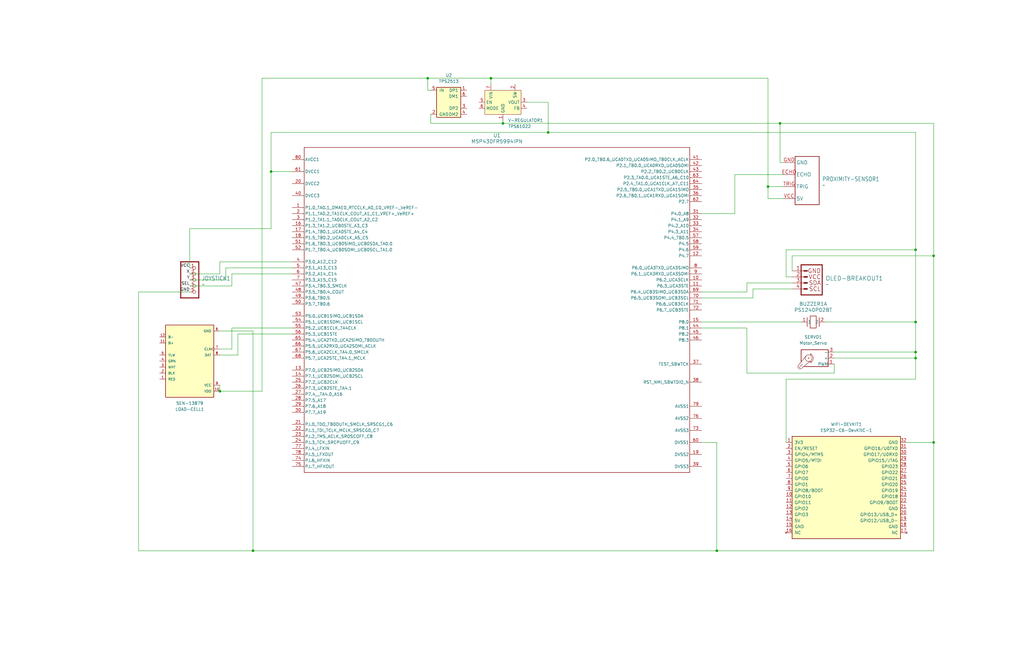
<source format=kicad_sch>
(kicad_sch (version 20250114) (generator "eeschema") (generator_version "9.0")
  (paper "B")
  (lib_symbols
    (symbol "Converter_DCDC:TPS61022"
      (property "Reference" "U" (at 0 7.62 0))
      (property "Value" "TPS61022" (at 7.62 -7.62 0))
      (symbol "TPS61022_1_1"
        (rectangle (start -7.62 5.08) (end 7.62 -5.08) (fill (type background)))
        (pin input line (at -10.16 0 0) (length 2.54) (name "EN") (number "5"))
        (pin input line (at -10.16 -2.54 0) (length 2.54) (name "MODE") (number "6"))
        (pin power_in line (at -5.08 7.62 270) (length 2.54) (name "VIN") (number "7"))
        (pin power_in line (at 0 -7.62 90) (length 2.54) (name "GND") (number "1"))
        (pin input line (at 5.08 7.62 270) (length 2.54) (name "SW") (number "2"))
        (pin power_out line (at 10.16 0 180) (length 2.54) (name "VOUT") (number "3"))
        (pin input line (at 10.16 -2.54 180) (length 2.54) (name "FB") (number "4"))
      )
    )
    (symbol "Espressif:ESP32-C6-DevKitC-1" (pin_names (offset 1.016))
      (property "Reference" "U" (at -22.86 25.4 0))
      (property "Value" "ESP32-C6-DevKitC-1" (at -22.86 22.86 0))
      (symbol "ESP32-C6-DevKitC-1_0_1"
        (rectangle (start -22.86 20.32) (end 22.86 -22.86) (stroke (width 0.254)) (fill (type background)))
      )
      (symbol "ESP32-C6-DevKitC-1_1_0"
        (pin input line (at -25.4 15.24 0) (length 2.54) (name "EN/RESET") (number "2"))
        (pin power_in line (at -25.4 -15.24 0) (length 2.54) (name "5V") (number "14"))
      )
      (symbol "ESP32-C6-DevKitC-1_1_1"
        (pin power_in line (at -25.4 17.78 0) (length 2.54) (name "3V3") (number "1"))
        (pin bidirectional line (at -25.4 12.7 0) (length 2.54) (name "GPIO4/MTMS") (number "3"))
        (pin bidirectional line (at -25.4 10.16 0) (length 2.54) (name "GPIO5/MTDI") (number "4"))
        (pin bidirectional line (at -25.4 7.62 0) (length 2.54) (name "GPIO6") (number "5"))
        (pin bidirectional line (at -25.4 5.08 0) (length 2.54) (name "GPIO7") (number "6"))
        (pin bidirectional line (at -25.4 2.54 0) (length 2.54) (name "GPIO0") (number "7"))
        (pin bidirectional line (at -25.4 0 0) (length 2.54) (name "GPIO1") (number "8"))
        (pin bidirectional line (at -25.4 -2.54 0) (length 2.54) (name "GPIO8/BOOT") (number "9"))
        (pin bidirectional line (at -25.4 -5.08 0) (length 2.54) (name "GPIO10") (number "10"))
        (pin bidirectional line (at -25.4 -7.62 0) (length 2.54) (name "GPIO11") (number "11"))
        (pin bidirectional line (at -25.4 -10.16 0) (length 2.54) (name "GPIO2") (number "12"))
        (pin bidirectional line (at -25.4 -12.7 0) (length 2.54) (name "GPIO3") (number "13"))
        (pin power_in line (at -25.4 -17.78 0) (length 2.54) (name "GND") (number "15"))
        (pin no_connect line (at -25.4 -20.32 0) (length 2.54) (name "NC") (number "16"))
        (pin power_in line (at 25.4 17.78 180) (length 2.54) (name "GND") (number "32"))
        (pin bidirectional line (at 25.4 15.24 180) (length 2.54) (name "GPIO16/U0TXD") (number "31"))
        (pin bidirectional line (at 25.4 12.7 180) (length 2.54) (name "GPIO17/U0RXD") (number "30"))
        (pin bidirectional line (at 25.4 10.16 180) (length 2.54) (name "GPIO15/JTAG") (number "29"))
        (pin bidirectional line (at 25.4 7.62 180) (length 2.54) (name "GPIO23") (number "28"))
        (pin bidirectional line (at 25.4 5.08 180) (length 2.54) (name "GPIO22") (number "27"))
        (pin bidirectional line (at 25.4 2.54 180) (length 2.54) (name "GPIO21") (number "26"))
        (pin bidirectional line (at 25.4 0 180) (length 2.54) (name "GPIO20") (number "25"))
        (pin bidirectional line (at 25.4 -2.54 180) (length 2.54) (name "GPIO19") (number "24"))
        (pin bidirectional line (at 25.4 -5.08 180) (length 2.54) (name "GPIO18") (number "23"))
        (pin bidirectional line (at 25.4 -7.62 180) (length 2.54) (name "GPIO9/BOOT") (number "22"))
        (pin power_in line (at 25.4 -10.16 180) (length 2.54) (name "GND") (number "21"))
        (pin bidirectional line (at 25.4 -12.7 180) (length 2.54) (name "GPIO13/USB_D+") (number "20"))
        (pin bidirectional line (at 25.4 -15.24 180) (length 2.54) (name "GPIO12/USB_D-") (number "19"))
        (pin power_in line (at 25.4 -17.78 180) (length 2.54) (name "GND") (number "18"))
        (pin no_connect line (at 25.4 -20.32 180) (length 2.54) (name "NC") (number "17"))
      )
    )
    (symbol "Interface_USB:TPS2513" (pin_names (offset 1.016))
      (property "Reference" "U" (at -3.81 -7.62 0))
      (property "Value" "TPS2513" (at 0 7.62 0))
      (symbol "TPS2513_0_1"
        (rectangle (start -5.08 6.35) (end 5.08 -6.35) (stroke (width 0.254)) (fill (type background)))
      )
      (symbol "TPS2513_1_1"
        (pin power_in line (at -7.62 5.08 0) (length 2.54) (name "IN") (number "5"))
        (pin power_in line (at -7.62 -5.08 0) (length 2.54) (name "GND") (number "2"))
        (pin input line (at 7.62 5.08 180) (length 2.54) (name "DP1") (number "1"))
        (pin input line (at 7.62 2.54 180) (length 2.54) (name "DM1") (number "6"))
        (pin input line (at 7.62 -2.54 180) (length 2.54) (name "DP2") (number "3"))
        (pin input line (at 7.62 -5.08 180) (length 2.54) (name "DM2") (number "4"))
      )
    )
    (symbol "Joystick-512:pinhead_PINHD-1X5"
      (property "Reference" "JP" (at -6.35 8.255 0))
      (symbol "pinhead_PINHD-1X5_1_0"
        (polyline (pts (xy -6.35 7.62) (xy -6.35 -7.62)) (stroke (width 0.4064)))
        (polyline (pts (xy -6.35 -7.62) (xy 1.27 -7.62)) (stroke (width 0.4064)))
        (polyline (pts (xy 1.27 7.62) (xy -6.35 7.62)) (stroke (width 0.4064)))
        (polyline (pts (xy 1.27 -7.62) (xy 1.27 7.62)) (stroke (width 0.4064)))
        (pin passive inverted (at -2.54 5.08 0) (length 2.54) (name "1") (number "1"))
        (pin passive inverted (at -2.54 2.54 0) (length 2.54) (name "2") (number "2"))
        (pin passive inverted (at -2.54 0 0) (length 2.54) (name "3") (number "3"))
        (pin passive inverted (at -2.54 -2.54 0) (length 2.54) (name "4") (number "4"))
        (pin passive inverted (at -2.54 -5.08 0) (length 2.54) (name "5") (number "5"))
      )
    )
    (symbol "MSP430FR5994IPN:MSP430FR5994IPN" (pin_names (offset 0.254))
      (property "Reference" "U" (at 0 2.54 0))
      (property "Value" "MSP430FR5994IPN" (at 0 0 0))
      (symbol "MSP430FR5994IPN_0_1"
        (polyline (pts (xy -81.28 68.58) (xy -81.28 -68.58)) (stroke (width 0.2032)))
        (polyline (pts (xy -81.28 -68.58) (xy 81.28 -68.58)) (stroke (width 0.2032)))
        (polyline (pts (xy 81.28 68.58) (xy -81.28 68.58)) (stroke (width 0.2032)))
        (polyline (pts (xy 81.28 -68.58) (xy 81.28 68.58)) (stroke (width 0.2032)))
        (pin power_in line (at -86.36 63.5 0) (length 5.08) (name "AVCC1") (number "80"))
        (pin power_in line (at -86.36 58.42 0) (length 5.08) (name "DVCC1") (number "61"))
        (pin power_in line (at -86.36 53.34 0) (length 5.08) (name "DVCC2") (number "20"))
        (pin power_in line (at -86.36 48.26 0) (length 5.08) (name "DVCC3") (number "40"))
        (pin bidirectional line (at -86.36 43.18 0) (length 5.08) (name "P1.0_TA0.1_DMAE0_RTCCLK_A0_C0_VREF-_VeREF-") (number "1"))
        (pin bidirectional line (at -86.36 40.64 0) (length 5.08) (name "P1.1_TA0.2_TA1CLK_COUT_A1_C1_VREF+_VeREF+") (number "2"))
        (pin bidirectional line (at -86.36 38.1 0) (length 5.08) (name "P1.2_TA1.1_TA0CLK_COUT_A2_C2") (number "3"))
        (pin bidirectional line (at -86.36 35.56 0) (length 5.08) (name "P1.3_TA1.2_UCB0STE_A3_C3") (number "16"))
        (pin bidirectional line (at -86.36 33.02 0) (length 5.08) (name "P1.4_TB0.1_UCA0STE_A4_C4") (number "17"))
        (pin bidirectional line (at -86.36 30.48 0) (length 5.08) (name "P1.5_TB0.2_UCA0CLK_A5_C5") (number "18"))
        (pin bidirectional line (at -86.36 27.94 0) (length 5.08) (name "P1.6_TB0.3_UCB0SIMO_UCB0SDA_TA0.0") (number "51"))
        (pin bidirectional line (at -86.36 25.4 0) (length 5.08) (name "P1.7_TB0.4_UCB0SOMI_UCB0SCL_TA1.0") (number "52"))
        (pin bidirectional line (at -86.36 20.32 0) (length 5.08) (name "P3.0_A12_C12") (number "4"))
        (pin bidirectional line (at -86.36 17.78 0) (length 5.08) (name "P3.1_A13_C13") (number "5"))
        (pin bidirectional line (at -86.36 15.24 0) (length 5.08) (name "P3.2_A14_C14") (number "6"))
        (pin bidirectional line (at -86.36 12.7 0) (length 5.08) (name "P3.3_A15_C15") (number "7"))
        (pin bidirectional line (at -86.36 10.16 0) (length 5.08) (name "P3.4_TB0.3_SMCLK") (number "47"))
        (pin bidirectional line (at -86.36 7.62 0) (length 5.08) (name "P3.5_TB0.4_COUT") (number "48"))
        (pin bidirectional line (at -86.36 5.08 0) (length 5.08) (name "P3.6_TB0.5") (number "49"))
        (pin bidirectional line (at -86.36 2.54 0) (length 5.08) (name "P3.7_TB0.6") (number "50"))
        (pin bidirectional line (at -86.36 -2.54 0) (length 5.08) (name "P5.0_UCB1SIMO_UCB1SDA") (number "53"))
        (pin bidirectional line (at -86.36 -5.08 0) (length 5.08) (name "P5.1_UCB1SOMI_UCB1SCL") (number "54"))
        (pin bidirectional line (at -86.36 -7.62 0) (length 5.08) (name "P5.2_UCB1CLK_TA4CLK") (number "55"))
        (pin bidirectional line (at -86.36 -10.16 0) (length 5.08) (name "P5.3_UCB1STE") (number "56"))
        (pin bidirectional line (at -86.36 -12.7 0) (length 5.08) (name "P5.4_UCA2TXD_UCA2SIMO_TB0OUTH") (number "65"))
        (pin bidirectional line (at -86.36 -15.24 0) (length 5.08) (name "P5.5_UCA2RXD_UCA2SOMI_ACLK") (number "66"))
        (pin bidirectional line (at -86.36 -17.78 0) (length 5.08) (name "P5.6_UCA2CLK_TA4.0_SMCLK") (number "67"))
        (pin bidirectional line (at -86.36 -20.32 0) (length 5.08) (name "P5.7_UCA2STE_TA4.1_MCLK") (number "68"))
        (pin bidirectional line (at -86.36 -25.4 0) (length 5.08) (name "P7.0_UCB2SIMO_UCB2SDA") (number "13"))
        (pin bidirectional line (at -86.36 -27.94 0) (length 5.08) (name "P7.1_UCB2SOMI_UCB2SCL") (number "14"))
        (pin bidirectional line (at -86.36 -30.48 0) (length 5.08) (name "P7.2_UCB2CLK") (number "25"))
        (pin bidirectional line (at -86.36 -33.02 0) (length 5.08) (name "P7.3_UCB2STE_TA4.1") (number "26"))
        (pin bidirectional line (at -86.36 -35.56 0) (length 5.08) (name "P7.4__TA4.0_A16") (number "27"))
        (pin bidirectional line (at -86.36 -38.1 0) (length 5.08) (name "P7.5_A17") (number "28"))
        (pin bidirectional line (at -86.36 -40.64 0) (length 5.08) (name "P7.6_A18") (number "29"))
        (pin bidirectional line (at -86.36 -43.18 0) (length 5.08) (name "P7.7_A19") (number "30"))
        (pin bidirectional line (at -86.36 -48.26 0) (length 5.08) (name "PJ.0_TDO_TB0OUTH_SMCLK_SRSCG1_C6") (number "21"))
        (pin bidirectional line (at -86.36 -50.8 0) (length 5.08) (name "PJ.1_TDI_TCLK_MCLK_SRSCG0_C7") (number "22"))
        (pin bidirectional line (at -86.36 -53.34 0) (length 5.08) (name "PJ.2_TMS_ACLK_SROSCOFF_C8") (number "23"))
        (pin bidirectional line (at -86.36 -55.88 0) (length 5.08) (name "PJ.3_TCK_SRCPUOFF_C9") (number "24"))
        (pin bidirectional line (at -86.36 -58.42 0) (length 5.08) (name "PJ.4_LFXIN") (number "77"))
        (pin bidirectional line (at -86.36 -60.96 0) (length 5.08) (name "PJ.5_LFXOUT") (number "78"))
        (pin bidirectional line (at -86.36 -63.5 0) (length 5.08) (name "PJ.6_HFXIN") (number "74"))
        (pin bidirectional line (at -86.36 -66.04 0) (length 5.08) (name "PJ.7_HFXOUT") (number "75"))
        (pin bidirectional line (at 86.36 63.5 180) (length 5.08) (name "P2.0_TB0.6_UCA0TXD_UCA0SIMO_TB0CLK_ACLK") (number "41"))
        (pin bidirectional line (at 86.36 60.96 180) (length 5.08) (name "P2.1_TB0.0_UCA0RXD_UCA0SOMI") (number "42"))
        (pin bidirectional line (at 86.36 58.42 180) (length 5.08) (name "P2.2_TB0.2_UCB0CLK") (number "43"))
        (pin bidirectional line (at 86.36 55.88 180) (length 5.08) (name "P2.3_TA0.0_UCA1STE_A6_C10") (number "63"))
        (pin bidirectional line (at 86.36 53.34 180) (length 5.08) (name "P2.4_TA1.0_UCA1CLK_A7_C11") (number "64"))
        (pin bidirectional line (at 86.36 50.8 180) (length 5.08) (name "P2.5_TB0.0_UCA1TXD_UCA1SIMO") (number "35"))
        (pin bidirectional line (at 86.36 48.26 180) (length 5.08) (name "P2.6_TB0.1_UCA1RXD_UCA1SOMI") (number "36"))
        (pin bidirectional line (at 86.36 45.72 180) (length 5.08) (name "P2.7") (number "62"))
        (pin bidirectional line (at 86.36 40.64 180) (length 5.08) (name "P4.0_A8") (number "31"))
        (pin bidirectional line (at 86.36 38.1 180) (length 5.08) (name "P4.1_A9") (number "32"))
        (pin bidirectional line (at 86.36 35.56 180) (length 5.08) (name "P4.2_A10") (number "33"))
        (pin bidirectional line (at 86.36 33.02 180) (length 5.08) (name "P4.3_A11") (number "34"))
        (pin bidirectional line (at 86.36 30.48 180) (length 5.08) (name "P4.4_TB0.5") (number "57"))
        (pin bidirectional line (at 86.36 27.94 180) (length 5.08) (name "P4.5") (number "58"))
        (pin bidirectional line (at 86.36 25.4 180) (length 5.08) (name "P4.6") (number "59"))
        (pin bidirectional line (at 86.36 22.86 180) (length 5.08) (name "P4.7") (number "12"))
        (pin bidirectional line (at 86.36 17.78 180) (length 5.08) (name "P6.0_UCA3TXD_UCA3SIMO") (number "8"))
        (pin bidirectional line (at 86.36 15.24 180) (length 5.08) (name "P6.1_UCA3RXD_UCA3SOMI") (number "9"))
        (pin bidirectional line (at 86.36 12.7 180) (length 5.08) (name "P6.2_UCA3CLK") (number "10"))
        (pin bidirectional line (at 86.36 10.16 180) (length 5.08) (name "P6.3_UCA3STE") (number "11"))
        (pin bidirectional line (at 86.36 7.62 180) (length 5.08) (name "P6.4_UCB3SIMO_UCB3SDA") (number "69"))
        (pin bidirectional line (at 86.36 5.08 180) (length 5.08) (name "P6.5_UCB3SOMI_UCB3SCL") (number "70"))
        (pin bidirectional line (at 86.36 2.54 180) (length 5.08) (name "P6.6_UCB3CLK") (number "71"))
        (pin bidirectional line (at 86.36 0 180) (length 5.08) (name "P6.7_UCB3STE") (number "72"))
        (pin bidirectional line (at 86.36 -5.08 180) (length 5.08) (name "P8.0") (number "15"))
        (pin bidirectional line (at 86.36 -7.62 180) (length 5.08) (name "P8.1") (number "44"))
        (pin bidirectional line (at 86.36 -10.16 180) (length 5.08) (name "P8.2") (number "45"))
        (pin bidirectional line (at 86.36 -12.7 180) (length 5.08) (name "P8.3") (number "46"))
        (pin input line (at 86.36 -22.86 180) (length 5.08) (name "TEST_SBWTCK") (number "37"))
        (pin bidirectional line (at 86.36 -30.48 180) (length 5.08) (name "RST_NMI_SBWTDIO_N") (number "38"))
        (pin power_in line (at 86.36 -40.64 180) (length 5.08) (name "AVSS1") (number "79"))
        (pin power_in line (at 86.36 -45.72 180) (length 5.08) (name "AVSS2") (number "76"))
        (pin power_in line (at 86.36 -50.8 180) (length 5.08) (name "AVSS3") (number "73"))
        (pin power_in line (at 86.36 -55.88 180) (length 5.08) (name "DVSS1") (number "60"))
        (pin power_in line (at 86.36 -60.96 180) (length 5.08) (name "DVSS2") (number "19"))
        (pin power_in line (at 86.36 -66.04 180) (length 5.08) (name "DVSS3") (number "39"))
      )
    )
    (symbol "Motor:Motor_Servo" (pin_names (offset 0.0254))
      (property "Reference" "M" (at -5.08 4.445 0))
      (property "Value" "Motor_Servo" (at -5.08 -4.064 0))
      (symbol "Motor_Servo_0_1"
        (polyline (pts (xy 2.413 1.778) (xy 1.905 1.778)))
        (polyline (pts (xy 2.413 1.778) (xy 2.286 1.397)))
        (polyline (pts (xy 2.413 -1.778) (xy 2.032 -1.778)))
        (polyline (pts (xy 2.413 -1.778) (xy 2.286 -1.397)))
        (arc (start 2.413 -1.778) (mid 1.2406 0) (end 2.413 1.778))
        (circle (center 3.175 0) (radius 0.1778))
        (circle (center 3.175 0) (radius 1.4224))
        (polyline (pts (xy 5.08 3.556) (xy -5.08 3.556) (xy -5.08 -3.556) (xy 6.35 -3.556) (xy 6.35 1.524)) (stroke (width 0.254)))
        (circle (center 5.969 2.794) (radius 0.127))
        (polyline (pts (xy 6.35 4.445) (xy 2.54 1.27)))
        (circle (center 6.477 3.302) (radius 0.127))
        (arc (start 6.35 4.445) (mid 7.4487 4.2737) (end 7.62 3.175))
        (circle (center 6.985 3.81) (radius 0.127))
        (polyline (pts (xy 7.62 3.175) (xy 4.191 -1.016)))
      )
      (symbol "Motor_Servo_1_1"
        (pin passive line (at -7.62 2.54 0) (length 2.54) (name "PWM") (number "1"))
        (pin passive line (at -7.62 0 0) (length 2.54) (name "+") (number "2"))
        (pin passive line (at -7.62 -2.54 0) (length 2.54) (name "-") (number "3"))
      )
    )
    (symbol "PS1240P02BT:PS1240P02BT" (pin_names (offset 0.254))
      (property "Reference" "XTAL" (at 5.08 4.445 0))
      (property "Value" "PS1240P02BT" (at 5.08 -4.445 0))
      (symbol "PS1240P02BT_1_1"
        (polyline (pts (xy 2.54 -1.905) (xy 2.54 1.905)) (stroke (width 0.2032)))
        (polyline (pts (xy 3.81 2.54) (xy 6.35 2.54)) (stroke (width 0.2032)))
        (polyline (pts (xy 3.81 -2.54) (xy 3.81 2.54)) (stroke (width 0.2032)))
        (polyline (pts (xy 6.35 2.54) (xy 6.35 -2.54)) (stroke (width 0.2032)))
        (polyline (pts (xy 6.35 -2.54) (xy 3.81 -2.54)) (stroke (width 0.2032)))
        (polyline (pts (xy 7.62 -1.905) (xy 7.62 1.905)) (stroke (width 0.2032)))
        (pin unspecified line (at 0 0 0) (length 2.54) (name "1") (number "1"))
        (pin unspecified line (at 10.16 0 180) (length 2.54) (name "2") (number "2"))
      )
      (symbol "PS1240P02BT_1_2"
        (polyline (pts (xy -2.54 6.35) (xy 2.54 6.35)) (stroke (width 0.2032)))
        (polyline (pts (xy -2.54 3.81) (xy -2.54 6.35)) (stroke (width 0.2032)))
        (polyline (pts (xy 1.905 7.62) (xy -1.905 7.62)) (stroke (width 0.2032)))
        (polyline (pts (xy 1.905 2.54) (xy -1.905 2.54)) (stroke (width 0.2032)))
        (polyline (pts (xy 2.54 6.35) (xy 2.54 3.81)) (stroke (width 0.2032)))
        (polyline (pts (xy 2.54 3.81) (xy -2.54 3.81)) (stroke (width 0.2032)))
        (pin unspecified line (at 0 10.16 270) (length 2.54) (name "2") (number "2"))
        (pin unspecified line (at 0 0 90) (length 2.54) (name "1") (number "1"))
      )
      (symbol "PS1240P02BT_2_1"
        (polyline (pts (xy -2.54 6.35) (xy 2.54 6.35)) (stroke (width 0.2032)))
        (polyline (pts (xy -2.54 3.81) (xy -2.54 6.35)) (stroke (width 0.2032)))
        (polyline (pts (xy 1.905 7.62) (xy -1.905 7.62)) (stroke (width 0.2032)))
        (polyline (pts (xy 1.905 2.54) (xy -1.905 2.54)) (stroke (width 0.2032)))
        (polyline (pts (xy 2.54 6.35) (xy 2.54 3.81)) (stroke (width 0.2032)))
        (polyline (pts (xy 2.54 3.81) (xy -2.54 3.81)) (stroke (width 0.2032)))
      )
      (symbol "PS1240P02BT_2_2"
        (polyline (pts (xy -2.54 6.35) (xy 2.54 6.35)) (stroke (width 0.2032)))
        (polyline (pts (xy -2.54 3.81) (xy -2.54 6.35)) (stroke (width 0.2032)))
        (polyline (pts (xy 1.905 7.62) (xy -1.905 7.62)) (stroke (width 0.2032)))
        (polyline (pts (xy 1.905 2.54) (xy -1.905 2.54)) (stroke (width 0.2032)))
        (polyline (pts (xy 2.54 6.35) (xy 2.54 3.81)) (stroke (width 0.2032)))
        (polyline (pts (xy 2.54 3.81) (xy -2.54 3.81)) (stroke (width 0.2032)))
      )
    )
    (symbol "Qwiic_OLED_1.3in:I2C_STANDARD_NO_SILK"
      (property "Reference" "J" (at -5.08 7.874 0))
      (symbol "I2C_STANDARD_NO_SILK_1_0"
        (polyline (pts (xy -5.08 7.62) (xy -5.08 -5.08)) (stroke (width 0.4064)))
        (polyline (pts (xy -5.08 7.62) (xy 3.81 7.62)) (stroke (width 0.4064)))
        (polyline (pts (xy 1.27 5.08) (xy 2.54 5.08)) (stroke (width 0.6096)))
        (polyline (pts (xy 1.27 2.54) (xy 2.54 2.54)) (stroke (width 0.6096)))
        (polyline (pts (xy 1.27 0) (xy 2.54 0)) (stroke (width 0.6096)))
        (polyline (pts (xy 1.27 -2.54) (xy 2.54 -2.54)) (stroke (width 0.6096)))
        (polyline (pts (xy 3.81 -5.08) (xy -5.08 -5.08)) (stroke (width 0.4064)))
        (polyline (pts (xy 3.81 -5.08) (xy 3.81 7.62)) (stroke (width 0.4064)))
        (text "SCL" (at -4.572 5.08 0) (effects (font (size 1.778 1.778)) (justify left)))
        (text "SDA" (at -4.572 2.54 0) (effects (font (size 1.778 1.778)) (justify left)))
        (text "VCC" (at -4.572 0 0) (effects (font (size 1.778 1.778)) (justify left)))
        (text "GND" (at -4.572 -2.54 0) (effects (font (size 1.778 1.778)) (justify left)))
        (pin passive line (at 7.62 5.08 180) (length 5.08) (name "SCL") (number "4"))
        (pin passive line (at 7.62 2.54 180) (length 5.08) (name "SDA") (number "3"))
        (pin power_in line (at 7.62 0 180) (length 5.08) (name "VCC") (number "2"))
        (pin power_in line (at 7.62 -2.54 180) (length 5.08) (name "GND") (number "1"))
      )
    )
    (symbol "SEN-13879:SEN-13879" (pin_names (offset 1.016))
      (property "Reference" "U" (at -10.172 15.8938 0))
      (property "Value" "SEN-13879" (at -10.1639 -17.7868 0))
      (symbol "SEN-13879_0_0"
        (rectangle (start -10.16 -15.24) (end 10.16 15.24) (stroke (width 0.254)) (fill (type background)))
        (pin bidirectional line (at -12.7 7.62 0) (length 2.54) (name "RED") (number "1"))
        (pin bidirectional line (at -12.7 5.08 0) (length 2.54) (name "BLK") (number "2"))
        (pin input line (at -12.7 2.54 0) (length 2.54) (name "WHT") (number "3"))
        (pin input line (at -12.7 0 0) (length 2.54) (name "GRN") (number "4"))
        (pin bidirectional line (at -12.7 -2.54 0) (length 2.54) (name "YLW") (number "5"))
        (pin input line (at -12.7 -7.62 0) (length 2.54) (name "B+") (number "11"))
        (pin input line (at -12.7 -10.16 0) (length 2.54) (name "B-") (number "12"))
        (pin power_in line (at 12.7 12.7 180) (length 2.54) (name "VDD") (number "10"))
        (pin power_in line (at 12.7 10.16 180) (length 2.54) (name "VCC") (number "9"))
        (pin output line (at 12.7 -2.54 180) (length 2.54) (name "DAT") (number "8"))
        (pin input clock (at 12.7 -5.08 180) (length 2.54) (name "CLK") (number "7"))
        (pin power_in line (at 12.7 -12.7 180) (length 2.54) (name "GND") (number "6"))
      )
    )
    (symbol "Ultrasonic Sensor HC-SR04:HC-SR04"
      (property "Reference" "J_ULTRASONIC_" (at -7.62 10.922 0))
      (symbol "HC-SR04_1_0"
        (polyline (pts (xy -7.62 10.16) (xy -7.62 -10.16)) (stroke (width 0.254)))
        (polyline (pts (xy -7.62 -10.16) (xy 2.54 -10.16)) (stroke (width 0.254)))
        (polyline (pts (xy 2.54 10.16) (xy -7.62 10.16)) (stroke (width 0.254)))
        (polyline (pts (xy 2.54 -10.16) (xy 2.54 10.16)) (stroke (width 0.254)))
        (pin bidirectional line (at -12.7 7.62 0) (length 5.08) (name "GND") (number "GND"))
        (pin bidirectional line (at -12.7 2.54 0) (length 5.08) (name "ECHO") (number "ECHO"))
        (pin bidirectional line (at -12.7 -2.54 0) (length 5.08) (name "TRIG") (number "TRIG"))
        (pin bidirectional line (at -12.7 -7.62 0) (length 5.08) (name "5V") (number "VCC"))
      )
    )
  )
  (junction (at 386.08 135.89))
  (junction (at 386.08 151.13))
  (junction (at 393.7 186.69))
  (junction (at 212.09 52.07))
  (junction (at 92.71 165.1))
  (junction (at 180.34 33.02))
  (junction (at 207.01 33.02))
  (junction (at 302.26 232.41))
  (junction (at 106.68 232.41))
  (junction (at 323.85 78.74))
  (junction (at 231.14 55.88))
  (junction (at 386.08 148.59))
  (junction (at 386.08 105.41))
  (junction (at 328.93 52.07))
  (junction (at 114.3 72.39))
  (junction (at 393.7 107.95))
  (wire (pts (xy 95.25 118.11) (xy 80.01 118.11)))
  (wire (pts (xy 106.68 139.7) (xy 106.68 232.41)))
  (wire (pts (xy 347.98 135.89) (xy 386.08 135.89)))
  (wire (pts (xy 323.85 78.74) (xy 323.85 83.82)))
  (wire (pts (xy 331.47 160.02) (xy 386.08 160.02)))
  (wire (pts (xy 334.01 114.3) (xy 334.01 107.95)))
  (wire (pts (xy 314.96 119.38) (xy 314.96 123.19)))
  (wire (pts (xy 302.26 186.69) (xy 302.26 232.41)))
  (wire (pts (xy 231.14 43.18) (xy 231.14 55.88)))
  (wire (pts (xy 222.25 43.18) (xy 231.14 43.18)))
  (wire (pts (xy 180.34 38.1) (xy 181.61 38.1)))
  (wire (pts (xy 386.08 148.59) (xy 386.08 151.13)))
  (wire (pts (xy 180.34 38.1) (xy 180.34 33.02)))
  (wire (pts (xy 314.96 157.48) (xy 351.79 157.48)))
  (wire (pts (xy 92.71 149.86) (xy 100.33 149.86)))
  (wire (pts (xy 331.47 105.41) (xy 386.08 105.41)))
  (wire (pts (xy 295.91 186.69) (xy 302.26 186.69)))
  (wire (pts (xy 100.33 149.86) (xy 100.33 140.97)))
  (wire (pts (xy 97.79 115.57) (xy 123.19 115.57)))
  (wire (pts (xy 386.08 151.13) (xy 386.08 160.02)))
  (wire (pts (xy 393.7 52.07) (xy 393.7 107.95)))
  (wire (pts (xy 114.3 55.88) (xy 231.14 55.88)))
  (wire (pts (xy 382.27 186.69) (xy 393.7 186.69)))
  (wire (pts (xy 386.08 105.41) (xy 386.08 55.88)))
  (wire (pts (xy 393.7 186.69) (xy 393.7 232.41)))
  (wire (pts (xy 92.71 165.1) (xy 110.49 165.1)))
  (wire (pts (xy 295.91 135.89) (xy 337.82 135.89)))
  (wire (pts (xy 317.5 121.92) (xy 317.5 125.73)))
  (wire (pts (xy 334.01 107.95) (xy 393.7 107.95)))
  (wire (pts (xy 106.68 139.7) (xy 92.71 139.7)))
  (wire (pts (xy 393.7 107.95) (xy 393.7 186.69)))
  (wire (pts (xy 351.79 151.13) (xy 386.08 151.13)))
  (wire (pts (xy 95.25 113.03) (xy 95.25 118.11)))
  (wire (pts (xy 331.47 186.69) (xy 331.47 160.02)))
  (wire (pts (xy 114.3 96.52) (xy 114.3 72.39)))
  (wire (pts (xy 302.26 232.41) (xy 393.7 232.41)))
  (wire (pts (xy 180.34 33.02) (xy 207.01 33.02)))
  (wire (pts (xy 328.93 68.58) (xy 328.93 52.07)))
  (wire (pts (xy 386.08 105.41) (xy 386.08 135.89)))
  (wire (pts (xy 314.96 157.48) (xy 314.96 138.43)))
  (wire (pts (xy 181.61 48.26) (xy 181.61 52.07)))
  (wire (pts (xy 97.79 120.65) (xy 80.01 120.65)))
  (wire (pts (xy 212.09 52.07) (xy 328.93 52.07)))
  (wire (pts (xy 334.01 116.84) (xy 331.47 116.84)))
  (wire (pts (xy 334.01 119.38) (xy 314.96 119.38)))
  (wire (pts (xy 351.79 157.48) (xy 351.79 153.67)))
  (wire (pts (xy 95.25 113.03) (xy 123.19 113.03)))
  (wire (pts (xy 334.01 121.92) (xy 317.5 121.92)))
  (wire (pts (xy 181.61 52.07) (xy 212.09 52.07)))
  (wire (pts (xy 207.01 33.02) (xy 323.85 33.02)))
  (wire (pts (xy 317.5 125.73) (xy 295.91 125.73)))
  (wire (pts (xy 58.42 123.19) (xy 80.01 123.19)))
  (wire (pts (xy 328.93 68.58) (xy 330.2 68.58)))
  (wire (pts (xy 212.09 52.07) (xy 212.09 50.8)))
  (wire (pts (xy 114.3 55.88) (xy 114.3 72.39)))
  (wire (pts (xy 100.33 140.97) (xy 123.19 140.97)))
  (wire (pts (xy 351.79 148.59) (xy 386.08 148.59)))
  (wire (pts (xy 80.01 96.52) (xy 80.01 113.03)))
  (wire (pts (xy 106.68 232.41) (xy 302.26 232.41)))
  (wire (pts (xy 328.93 52.07) (xy 393.7 52.07)))
  (wire (pts (xy 314.96 138.43) (xy 295.91 138.43)))
  (wire (pts (xy 323.85 33.02) (xy 323.85 78.74)))
  (wire (pts (xy 330.2 73.66) (xy 309.88 73.66)))
  (wire (pts (xy 330.2 78.74) (xy 323.85 78.74)))
  (wire (pts (xy 97.79 115.57) (xy 97.79 120.65)))
  (wire (pts (xy 386.08 135.89) (xy 386.08 148.59)))
  (wire (pts (xy 80.01 96.52) (xy 114.3 96.52)))
  (wire (pts (xy 231.14 55.88) (xy 386.08 55.88)))
  (wire (pts (xy 309.88 90.17) (xy 295.91 90.17)))
  (wire (pts (xy 97.79 147.32) (xy 97.79 138.43)))
  (wire (pts (xy 92.71 162.56) (xy 92.71 165.1)))
  (wire (pts (xy 92.71 115.57) (xy 80.01 115.57)))
  (wire (pts (xy 114.3 72.39) (xy 123.19 72.39)))
  (wire (pts (xy 207.01 33.02) (xy 207.01 35.56)))
  (wire (pts (xy 314.96 123.19) (xy 295.91 123.19)))
  (wire (pts (xy 92.71 110.49) (xy 92.71 115.57)))
  (wire (pts (xy 330.2 83.82) (xy 323.85 83.82)))
  (wire (pts (xy 92.71 110.49) (xy 123.19 110.49)))
  (wire (pts (xy 97.79 138.43) (xy 123.19 138.43)))
  (wire (pts (xy 331.47 116.84) (xy 331.47 105.41)))
  (wire (pts (xy 92.71 147.32) (xy 97.79 147.32)))
  (wire (pts (xy 309.88 73.66) (xy 309.88 90.17)))
  (wire (pts (xy 110.49 33.02) (xy 110.49 165.1)))
  (wire (pts (xy 58.42 123.19) (xy 58.42 232.41)))
  (wire (pts (xy 58.42 232.41) (xy 106.68 232.41)))
  (wire (pts (xy 110.49 33.02) (xy 180.34 33.02)))
  (label "GND" (at 80.01 123.19 180))
  (label "X" (at 80.01 115.57 180))
  (label "SEL" (at 80.01 120.65 180))
  (label "Y" (at 80.01 118.11 180))
  (label "VCC" (at 80.01 113.03 180))
  (symbol (lib_id "Converter_DCDC:TPS61022") (at 212.09 43.18 0) (unit 1)
    (property "Reference" "V-REGULATOR1" (at 214.2333 50.8 0) (effects (justify left)))
    (property "Value" "TPS61022" (at 214.2333 53.34 0) (effects (justify left)))
    (property "Footprint" "Package_DFN_QFN:Texas_RWU0007A_VQFN-7_2x2mm_P0.5mm" (effects (hide yes)))
    (property "Datasheet" "https://www.ti.com/lit/ds/symlink/tps61022.pdf" (effects (hide yes)))
    (property "Description" "8A Boost Converter, 0.5-5.5 V input, 2.2-5.5V output, Texas RWU0007A VQFN-7" (effects (hide yes)))
  )
  (symbol (lib_id "Qwiic_OLED_1.3in:I2C_STANDARD_NO_SILK") (at 341.63 116.84 180) (unit 1)
    (property "Reference" "OLED-BREAKOUT1" (at 347.98 117.4749 0) (effects (font (size 1.778 1.778)) (justify right)))
    (property "Value" "~" (at 347.98 120.015 0) (effects (font (size 1.778 1.778)) (justify right)))
    (property "Footprint" "Qwiic_OLED_1.3in:SPARKX_1X04_NO_SILK" (effects (hide yes)))
    (property "Description" "SparkFun I2C Standard Pinout Header\n\nSparkFun has standardized on a pinout for all I2C based sensor breakouts.\n\nThis pinout allows I2C boards to be plugged directly into the headers on Arduino Uno compatible boards, and to be daisy chained easily.\n\nExample SparkFun Products:\n\n• https://www.sparkfun.com/products/13676 SparkFun Atmospheric Sensor Breakout - BME280\n• SparkFun Altitude/Pressure Sensor Breakout - MPL3115A2\n• SparkFun TOF Range Finder Sensor - VL6180" (effects (hide yes)))
  )
  (symbol (lib_id "Ultrasonic Sensor HC-SR04:HC-SR04") (at 342.9 76.2 0) (unit 1)
    (property "Reference" "PROXIMITY-SENSOR1" (at 346.71 75.565 0) (effects (font (size 1.778 1.5113)) (justify left)))
    (property "Value" "~" (at 346.71 78.105 0) (effects (font (size 1.778 1.5113)) (justify left)))
    (property "Footprint" "Ultrasonic Sensor HC-SR04:HC-SR04_FOOTPRINT" (effects (hide yes)))
    (property "Description" "Ultrasonic Sensor HC-SR04" (effects (hide yes)))
  )
  (symbol (lib_id "Joystick-512:pinhead_PINHD-1X5") (at 82.55 118.11 0) (unit 1)
    (property "Reference" "JOYSTICK1" (at 85.09 117.475 0) (effects (font (size 1.778 1.5113)) (justify left)))
    (property "Value" "~" (at 85.09 120.015 0) (effects (font (size 1.778 1.5113)) (justify left)))
    (property "Footprint" "Parts:1X05" (effects (hide yes)))
    (property "Description" "PIN HEADER" (effects (hide yes)))
  )
  (symbol (lib_id "Motor:Motor_Servo") (at 344.17 151.13 180) (unit 1)
    (property "Reference" "SERVO1" (at 342.9139 142.24 0))
    (property "Value" "Motor_Servo" (at 342.9139 144.78 0))
    (property "Footprint" "Motors:Vybronics_VZ30C1T8219732L" (effects (hide yes)))
    (property "Datasheet" "http://forums.parallax.com/uploads/attachments/46831/74481.png" (effects (hide yes)))
    (property "Description" "Servo Motor (Futaba, HiTec, JR connector)" (effects (hide yes)))
  )
  (symbol (lib_id "PS1240P02BT:PS1240P02BT") (at 337.82 135.89 0) (unit 1)
    (property "Reference" "BUZZER1" (at 342.9 128.27 0) (effects (font (size 1.524 1.524))))
    (property "Value" "PS1240P02BT" (at 342.9 130.81 0) (effects (font (size 1.524 1.524))))
    (property "Footprint" "Parts:XTAL_PS1240P02BT_TDK" (effects (hide yes)))
    (property "Datasheet" "PS1240P02BT" (effects (hide yes)))
  )
  (symbol (lib_id "MSP430FR5994IPN:MSP430FR5994IPN") (at 209.55 130.81 0) (unit 1)
    (property "Reference" "U1" (at 209.55 57.15 0) (effects (font (size 1.524 1.524))))
    (property "Value" "MSP430FR5994IPN" (at 209.55 59.69 0) (effects (font (size 1.524 1.524))))
    (property "Footprint" "MSP430FR5994:PN0080A_N" (effects (hide yes)))
    (property "Datasheet" "MSP430FR5994IPN" (effects (hide yes)))
  )
  (symbol (lib_id "Interface_USB:TPS2513") (at 189.23 43.18 0) (unit 1)
    (property "Reference" "U2" (at 189.23 31.75 0))
    (property "Value" "TPS2513" (at 189.23 34.29 0))
    (property "Footprint" "Package_TO_SOT_SMD:SOT-23-6" (effects (hide yes)))
    (property "Datasheet" "http://www.ti.com/lit/ds/symlink/tps2513.pdf" (effects (hide yes)))
    (property "Description" "USB Dedicated Charging Port Controller" (effects (hide yes)))
  )
  (symbol (lib_id "SEN-13879:SEN-13879") (at 80.01 152.4 0) (mirror x) (unit 1)
    (property "Reference" "LOAD-CELL1" (at 80.01 172.72 0))
    (property "Value" "SEN-13879" (at 80.01 170.18 0))
    (property "Footprint" "Parts:SPARKFUN_SEN-13879" (effects (hide yes)))
    (property "STANDARD" "Manufacturer Recommendations" (effects (hide yes)))
    (property "MANUFACTURER" "SparkFun" (effects (hide yes)))
  )
  (symbol (lib_id "Espressif:ESP32-C6-DevKitC-1") (at 356.87 204.47 0) (unit 1)
    (property "Reference" "WIFI-DEVKIT1" (at 356.87 179.07 0))
    (property "Value" "ESP32-C6-DevKitC-1" (at 356.87 181.61 0))
    (property "Footprint" "Espressif:ESP32-C6-DevKitC-1" (effects (hide yes)))
    (property "Datasheet" "https://docs.espressif.com/projects/espressif-esp-dev-kits/en/latest/esp32c6/esp32-c6-devkitc-1/user_guide.html" (effects (hide yes)))
    (property "Description" "ESP32-C6-DevKitC-1" (effects (hide yes)))
  )
)
</source>
